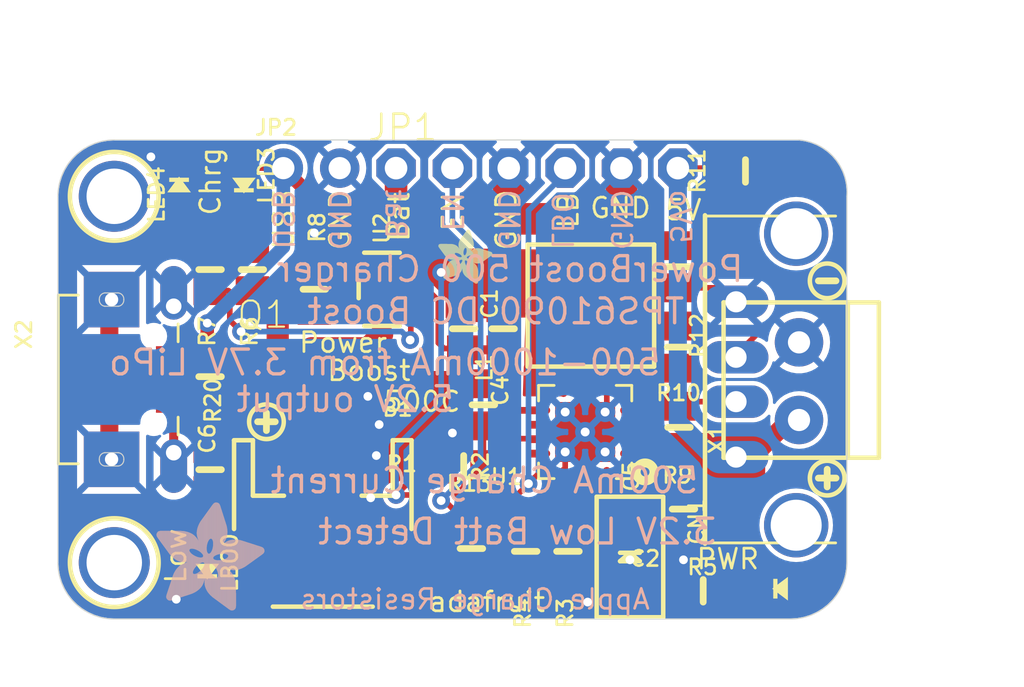
<source format=kicad_pcb>
(kicad_pcb (version 20221018) (generator pcbnew)
  (layers (0 "F.Cu" signal) (31 "B.Cu" signal) (34 "B.Paste" user) (35 "F.Paste" user) (36 "B.SilkS" user "B.Silkscreen") (37 "F.SilkS" user "F.Silkscreen") (38 "B.Mask" user) (39 "F.Mask" user) (44 "Edge.Cuts" user))
  (net 0 "")
  (net 1 "GND")
  (net 2 "N$1")
  (net 3 "N$3")
  (net 4 "5.0V")
  (net 5 "D+")
  (net 6 "D-")
  (net 7 "VBAT")
  (net 8 "N$4")
  (net 9 "ENABLE")
  (net 10 "N$5")
  (net 11 "LBO")
  (net 12 "N$2")
  (net 13 "N$10")
  (net 14 "N$6")
  (net 15 "N$7")
  (net 16 "VDD1")
  (net 17 "N$8")
  (net 18 "N$9")
  (footprint "working:SYMBOL_MINUS" (layer "F.Cu") (at 165.388245 100.5586)
    (fp_text reference "U$26" hide)
    (fp_text value "" hide)
  )
  (footprint "working:0805-NO" (layer "F.Cu") (at 153.704245 112.7506 -90)
    (fp_text reference "R3")
    (fp_text value "1.87Mohm")
  )
  (footprint "working:SYMBOL_PLUS" (layer "F.Cu") (at 140.115245 106.9086)
    (fp_text reference "U$13" hide)
    (fp_text value "" hide)
  )
  (footprint "working:0805-NO" (layer "F.Cu") (at 149.353245 112.6246 90)
    (fp_text reference "R13")
    (fp_text value "340K")
  )
  (footprint "working:MOUNTINGHOLE_2.5_PLATED" (layer "F.Cu") (at 133.257245 113.2586)
    (fp_text reference "U$12" hide)
    (fp_text value "MOUNTINGHOLE2.5" hide)
  )
  (footprint "working:0805-NO" (layer "F.Cu") (at 139.480245 100.0506 -90)
    (fp_text reference "R6")
    (fp_text value "470")
  )
  (footprint "working:0805-NO" (layer "F.Cu") (at 158.689245 103.5456 90)
    (fp_text reference "R10")
    (fp_text value "49.9K 1%")
  )
  (footprint "working:FIDUCIAL_1MM" (layer "F.Cu") (at 164.499245 95.6056)
    (fp_text reference "FID3" hide)
    (fp_text value "FIDUCIAL\"\"" hide)
  )
  (footprint "working:0805-NO" (layer "F.Cu") (at 158.911245 110.8456 -90)
    (fp_text reference "C2")
    (fp_text value "2.2uF")
  )
  (footprint "working:SYMBOL_PLUS" (layer "F.Cu") (at 165.388245 109.4486)
    (fp_text reference "U$25" hide)
    (fp_text value "" hide)
  )
  (footprint "working:CHIPLED_0805_NOOUTLINE" (layer "F.Cu") (at 163.288245 114.4336 90)
    (fp_text reference "PWR0" hide)
    (fp_text value "BLUE")
  )
  (footprint "working:0805-NO" (layer "F.Cu") (at 137.575245 104.8766 -90)
    (fp_text reference "C6")
    (fp_text value "10µF")
  )
  (footprint "working:CHIPLED_0805_NOOUTLINE" (layer "F.Cu") (at 136.178245 96.2406)
    (fp_text reference "LED4")
    (fp_text value "GREEN")
  )
  (footprint "working:0805-NO" (layer "F.Cu") (at 158.707245 107.1616 -90)
    (fp_text reference "R9")
    (fp_text value "75K 1%")
  )
  (footprint "working:SC59-BEC" (layer "F.Cu") (at 140.623245 103.9876)
    (fp_text reference "Q1")
    (fp_text value "MMUN2133LT1G")
  )
  (footprint "working:0805-NO" (layer "F.Cu") (at 137.575245 100.0506 -90)
    (fp_text reference "R7")
    (fp_text value "1K")
  )
  (footprint "working:PVQFN-16" (layer "F.Cu") (at 154.480245 107.3706 180)
    (fp_text reference "U1")
    (fp_text value "TPS61090RSAR")
  )
  (footprint "working:JSTPH2" (layer "F.Cu") (at 142.655245 112.2426 180)
    (fp_text reference "B1")
    (fp_text value "1.8-5V")
  )
  (footprint "working:0805-NO" (layer "F.Cu") (at 161.705245 95.6056 180)
    (fp_text reference "R11")
    (fp_text value "75K 1%")
  )
  (footprint "working:SOT23-5" (layer "F.Cu") (at 145.322245 100.9396 90)
    (fp_text reference "U2")
    (fp_text value "MCP73831T-2ACI/OT")
  )
  (footprint "working:4UCONN_20329" (layer "F.Cu") (at 135.035245 105.0036 -90)
    (fp_text reference "X2")
    (fp_text value "microUSB")
    (fp_line (start -3.9 2.2) (end -3.9 1.6) (stroke (width 0.05)) (layer "Edge.Cuts"))
    (fp_line (start -3.3 1.6) (end -3.3 2.2) (stroke (width 0.05)) (layer "Edge.Cuts"))
    (fp_line (start 3.3 2.2) (end 3.3 1.6) (stroke (width 0.05)) (layer "Edge.Cuts"))
    (fp_line (start 3.9 1.6) (end 3.9 2.2) (stroke (width 0.05)) (layer "Edge.Cuts"))
    (fp_arc (start -3.9 1.6) (mid -3.801777 1.412868) (end -3.6 1.35) (stroke (width 0.05)) (layer "Edge.Cuts"))
    (fp_arc (start -3.6 1.35) (mid -3.398223 1.412868) (end -3.3 1.6) (stroke (width 0.05)) (layer "Edge.Cuts"))
    (fp_arc (start -3.6 2.45) (mid -3.801777 2.387132) (end -3.9 2.2) (stroke (width 0.05)) (layer "Edge.Cuts"))
    (fp_arc (start -3.3 2.2) (mid -3.398223 2.387132) (end -3.6 2.45) (stroke (width 0.05)) (layer "Edge.Cuts"))
    (fp_arc (start 3.3 1.6) (mid 3.398223 1.412868) (end 3.6 1.35) (stroke (width 0.05)) (layer "Edge.Cuts"))
    (fp_arc (start 3.6 1.35) (mid 3.801777 1.412868) (end 3.9 1.6) (stroke (width 0.05)) (layer "Edge.Cuts"))
    (fp_arc (start 3.6 2.45) (mid 3.398223 2.387132) (end 3.3 2.2) (stroke (width 0.05)) (layer "Edge.Cuts"))
    (fp_arc (start 3.9 2.2) (mid 3.801777 2.387132) (end 3.6 2.45) (stroke (width 0.05)) (layer "Edge.Cuts"))
  )
  (footprint "working:EIA3528-21_B-R" (layer "F.Cu") (at 156.498245 113.0046 90)
    (fp_text reference "C5")
    (fp_text value "100uF/6V")
  )
  (footprint "working:0805-NO" (layer "F.Cu") (at 149.005245 108.9406 180)
    (fp_text reference "R1")
    (fp_text value "1.87Mohm")
  )
  (footprint "working:0805-NO" (layer "F.Cu") (at 149.894245 106.1466 -90)
    (fp_text reference "R2")
    (fp_text value "340K")
  )
  (footprint "working:0805-NO" (layer "F.Cu") (at 151.799245 112.7506 -90)
    (fp_text reference "R4")
    (fp_text value "200K")
  )
  (footprint "working:1X06-CLEANBIG" (layer "F.Cu") (at 152.307245 95.4786)
    (fp_text reference "JP1")
    (fp_text value "")
  )
  (footprint "working:0805-NO" (layer "F.Cu") (at 137.575245 109.0676 90)
    (fp_text reference "R20")
    (fp_text value "1K")
  )
  (footprint "working:1X02_ROUND" (layer "F.Cu") (at 142.147245 95.4786)
    (fp_text reference "JP2")
    (fp_text value "")
  )
  (footprint "working:0805-NO" (layer "F.Cu") (at 142.274245 100.9396 90)
    (fp_text reference "R8")
    (fp_text value "2k")
  )
  (footprint "working:MOUNTINGHOLE_2.5_PLATED" (layer "F.Cu") (at 133.257245 96.7486)
    (fp_text reference "U$10" hide)
    (fp_text value "MOUNTINGHOLE2.5" hide)
  )
  (footprint "working:USB_HOST-PTH" (layer "F.Cu") (at 167.801245 105.0036 90)
    (fp_text reference "CN1")
    (fp_text value "USBA_FEMALE")
  )
  (footprint "working:CHIPLED_0805_NOOUTLINE" (layer "F.Cu") (at 137.448245 113.6396 180)
    (fp_text reference "LBO0")
    (fp_text value "RED")
  )
  (footprint "working:INDUCTOR_5X5MM_TDK_VLC5045" (layer "F.Cu") (at 154.738245 101.6726)
    (fp_text reference "L1")
    (fp_text value "VLC5045-6.8uH" hide)
  )
  (footprint "working:ADAFRUIT_2.5MM" (layer "F.Cu") (at 147.862245 100.6856)
    (fp_text reference "U$28" hide)
    (fp_text value "" hide)
  )
  (footprint "working:0805-NO" (layer "F.Cu") (at 150.783245 102.7176 -90)
    (fp_text reference "C4")
    (fp_text value "0.1uF")
  )
  (footprint "working:0805-NO" (layer "F.Cu") (at 149.005245 102.7176 -90)
    (fp_text reference "C1")
    (fp_text value "10uF")
  )
  (footprint "working:0805-NO" (layer "F.Cu") (at 158.657245 99.9236 -90)
    (fp_text reference "R12")
    (fp_text value "49.9K 1%")
  )
  (footprint "working:CHIPLED_0805_NOOUTLINE" (layer "F.Cu") (at 139.099245 96.2406 180)
    (fp_text reference "LED3")
    (fp_text value "ORANGE")
  )
  (footprint "working:TERMBLOCK_1X2-3.5MM" (layer "F.Cu") (at 164.118245 105.1306 90)
    (fp_text reference "X1")
    (fp_text value "")
  )
  (footprint "working:FIDUCIAL_1MM" (layer "F.Cu") (at 141.408245 112.6476)
    (fp_text reference "FID2" hide)
    (fp_text value "FIDUCIAL\"\"" hide)
  )
  (footprint "working:0805-NO" (layer "F.Cu") (at 159.800245 114.5286 180)
    (fp_text reference "R5")
    (fp_text value "1K")
  )
  (footprint "working:ADAFRUIT_5MM" (layer "B.Cu") (at 135.162245 115.4176 90)
    (fp_text reference "U$29" hide)
    (fp_text value "" hide)
  )
  (gr_line (start 133.257245 115.7986) (end 163.737245 115.7986) (stroke (width 0.05)) (layer "Edge.Cuts"))
  (gr_line (start 166.277245 113.2586) (end 166.277245 96.7486) (stroke (width 0.05)) (layer "Edge.Cuts"))
  (gr_arc (start 164.118245 94.2086) (mid 165.723796 95.031456) (end 166.277245 96.7486) (stroke (width 0.05)) (layer "Edge.Cuts"))
  (gr_line (start 130.717245 96.7486) (end 130.717245 113.2586) (stroke (width 0.05)) (layer "Edge.Cuts"))
  (gr_arc (start 130.717245 96.7486) (mid 131.461194 94.952549) (end 133.257245 94.2086) (stroke (width 0.05)) (layer "Edge.Cuts"))
  (gr_arc (start 133.257245 115.7986) (mid 131.461194 115.054651) (end 130.717245 113.2586) (stroke (width 0.05)) (layer "Edge.Cuts"))
  (gr_line (start 164.118245 94.2086) (end 133.257245 94.2086) (stroke (width 0.05)) (layer "Edge.Cuts"))
  (gr_arc (start 166.277245 113.2586) (mid 165.533296 115.054651) (end 163.737245 115.7986) (stroke (width 0.05)) (layer "Edge.Cuts"))
  (gr_text "GND" (at 156.625245 96.3676 -90) (layer "B.SilkS") (effects (font (size 0.89408 0.89408) (thickness 0.12192)) (justify right top mirror)))
  (gr_text "Bat" (at 146.465245 96.3676 -90) (layer "B.SilkS") (effects (font (size 0.89408 0.89408) (thickness 0.12192)) (justify right top mirror)))
  (gr_text "GND" (at 143.925245 96.3676 -90) (layer "B.SilkS") (effects (font (size 0.89408 0.89408) (thickness 0.12192)) (justify right top mirror)))
  (gr_text "USB" (at 141.385245 96.3676 -90) (layer "B.SilkS") (effects (font (size 0.89408 0.89408) (thickness 0.12192)) (justify right top mirror)))
  (gr_text "TPS61090 DC Boost" (at 159.038245 102.5906) (layer "B.SilkS") (effects (font (size 1.1176 1.1176) (thickness 0.1524)) (justify left bottom mirror)))
  (gr_text "3.2V Low Batt Detect" (at 151.418245 111.8616) (layer "B.SilkS") (effects (font (size 1.1176 1.1176) (thickness 0.1524)) (justify mirror)))
  (gr_text "5.2V output" (at 143.671245 105.8926) (layer "B.SilkS") (effects (font (size 1.1176 1.1176) (thickness 0.1524)) (justify mirror)))
  (gr_text "500mA Charge Current" (at 159.673245 110.2106) (layer "B.SilkS") (effects (font (size 1.1176 1.1176) (thickness 0.1524)) (justify left bottom mirror)))
  (gr_text "500-1000mA from 3.7V LiPo" (at 145.449245 104.2416) (layer "B.SilkS") (effects (font (size 1.1176 1.1176) (thickness 0.1524)) (justify mirror)))
  (gr_text "GND" (at 151.545245 96.3676 -90) (layer "B.SilkS") (effects (font (size 0.89408 0.89408) (thickness 0.12192)) (justify right top mirror)))
  (gr_text "EN" (at 149.005245 96.4946 -90) (layer "B.SilkS") (effects (font (size 0.89408 0.89408) (thickness 0.12192)) (justify right top mirror)))
  (gr_text "5Vo" (at 159.292245 96.3676 -90) (layer "B.SilkS") (effects (font (size 0.89408 0.89408) (thickness 0.12192)) (justify right top mirror)))
  (gr_text "PowerBoost 500 Charger" (at 161.705245 100.6856) (layer "B.SilkS") (effects (font (size 1.1176 1.1176) (thickness 0.1524)) (justify left bottom mirror)))
  (gr_text "LBO" (at 153.958245 96.4946 -90) (layer "B.SilkS") (effects (font (size 0.89408 0.89408) (thickness 0.12192)) (justify right top mirror)))
  (gr_text "Apple Charge Resistors" (at 149.513245 114.9096) (layer "B.SilkS") (effects (font (size 0.89408 0.89408) (thickness 0.12192)) (justify mirror)))
  (gr_text "GND" (at 150.402245 96.3676 90) (layer "F.SilkS") (effects (font (size 0.89408 0.89408) (thickness 0.12192)) (justify right top)))
  (gr_text "Chrg" (at 137.067245 94.4626 90) (layer "F.SilkS") (effects (font (size 0.89408 0.89408) (thickness 0.12192)) (justify right top)))
  (gr_text "500C" (at 145.322245 106.5276) (layer "F.SilkS") (effects (font (size 0.89408 0.89408) (thickness 0.12192)) (justify left bottom)))
  (gr_text "LB" (at 153.196245 96.4946 90) (layer "F.SilkS") (effects (font (size 0.89408 0.89408) (thickness 0.12192)) (justify right top)))
  (gr_text "GND" (at 157.514245 96.7486) (layer "F.SilkS") (effects (font (size 0.89408 0.89408) (thickness 0.12192)) (justify right top)))
  (gr_text "adafruit" (at 147.354245 115.5446) (layer "F.SilkS") (effects (font (size 0.89408 0.89408) (thickness 0.12192)) (justify left bottom)))
  (gr_text "PWR" (at 160.911245 113.0946) (layer "F.SilkS") (effects (font (size 0.89408 0.89408) (thickness 0.12192))))
  (gr_text "Power" (at 141.512245 103.8606) (layer "F.SilkS") (effects (font (size 0.89408 0.89408) (thickness 0.12192)) (justify left bottom)))
  (gr_text "Low" (at 136.559245 114.2746 90) (layer "F.SilkS") (effects (font (size 0.89408 0.89408) (thickness 0.12192)) (justify left bottom)))
  (gr_text "GND" (at 142.909245 96.3676 90) (layer "F.SilkS") (effects (font (size 0.89408 0.89408) (thickness 0.12192)) (justify right top)))
  (gr_text "5V" (at 158.022245 97.8916) (layer "F.SilkS") (effects (font (size 0.89408 0.89408) (thickness 0.12192)) (justify left bottom)))
  (gr_text "EN" (at 147.989245 96.4946 90) (layer "F.SilkS") (effects (font (size 0.89408 0.89408) (thickness 0.12192)) (justify right top)))
  (gr_text "Bat" (at 145.576245 96.4946 90) (layer "F.SilkS") (effects (font (size 0.89408 0.89408) (thickness 0.12192)) (justify right top)))
  (gr_text "Boost" (at 142.782245 105.1306) (layer "F.SilkS") (effects (font (size 0.89408 0.89408) (thickness 0.12192)) (justify left bottom)))
  (gr_text "USB" (at 140.369245 96.3676 90) (layer "F.SilkS") (effects (font (size 0.89408 0.89408) (thickness 0.12192)) (justify right top)))
  (segment (start 133.035245 108.5036) (end 133.135245 108.6036) (width 0.8128) (layer "F.Cu") (net 1))
  (segment (start 152.380245 107.0456) (end 154.155245 107.0456) (width 0.254) (layer "F.Cu") (net 1))
  (segment (start 137.098245 106.3036) (end 137.575245 105.8266) (width 0.4064) (layer "F.Cu") (net 1))
  (segment (start 158.689245 102.5956) (end 158.657245 102.5636) (width 0.254) (layer "F.Cu") (net 1))
  (segment (start 149.005245 105.1966) (end 149.005245 103.6676) (width 0.6096) (layer "F.Cu") (net 1))
  (segment (start 156.117245 97.7646) (end 156.117245 95.4786) (width 1.4224) (layer "F.Cu") (net 1))
  (segment (start 135.810245 106.3036) (end 137.098245 106.3036) (width 0.4064) (layer "F.Cu") (net 1))
  (segment (start 158.657245 102.5636) (end 158.657245 100.8736) (width 0.254) (layer "F.Cu") (net 1))
  (segment (start 153.580245 106.4706) (end 153.988245 106.8786) (width 0.254) (layer "F.Cu") (net 1))
  (segment (start 153.505245 109.4706) (end 153.580245 109.3956) (width 0.254) (layer "F.Cu") (net 1))
  (segment (start 154.155245 105.2706) (end 154.155245 106.7116) (width 0.254) (layer "F.Cu") (net 1))
  (segment (start 148.944245 103.6066) (end 149.005245 103.6676) (width 0.254) (layer "F.Cu") (net 1))
  (segment (start 153.580245 108.2706) (end 154.480245 107.3706) (width 0.254) (layer "F.Cu") (net 1))
  (segment (start 151.037245 95.4786) (end 151.037245 97.7646) (width 1.4224) (layer "F.Cu") (net 1))
  (segment (start 155.455245 106.3956) (end 155.380245 106.4706) (width 0.254) (layer "F.Cu") (net 1))
  (segment (start 154.155245 106.7116) (end 153.988245 106.8786) (width 0.254) (layer "F.Cu") (net 1))
  (segment (start 149.894245 105.1966) (end 149.005245 105.1966) (width 0.6096) (layer "F.Cu") (net 1))
  (segment (start 154.155245 107.0456) (end 154.480245 107.3706) (width 0.254) (layer "F.Cu") (net 1))
  (segment (start 160.651245 100.8736) (end 161.281245 101.5036) (width 0.254) (layer "F.Cu") (net 1))
  (segment (start 153.505245 109.4706) (end 151.799245 111.1766) (width 0.254) (layer "F.Cu") (net 1))
  (segment (start 136.271245 114.6896) (end 136.051245 114.9096) (width 0.254) (layer "F.Cu") (net 1))
  (segment (start 133.035245 104.2536) (end 133.035245 105.7536) (width 0.8128) (layer "F.Cu") (net 1))
  (segment (start 154.480245 107.3706) (end 155.380245 108.2706) (width 0.254) (layer "F.Cu") (net 1))
  (segment (start 154.480245 107.3706) (end 154.958245 106.8926) (width 0.254) (layer "F.Cu") (net 1))
  (segment (start 147.862245 103.3526) (end 148.116245 103.6066) (width 0.254) (layer "F.Cu") (net 1))
  (segment (start 137.448245 114.6896) (end 136.271245 114.6896) (width 0.254) (layer "F.Cu") (net 1))
  (segment (start 133.035245 101.4156) (end 133.130245 101.3206) (width 0.8128) (layer "F.Cu") (net 1))
  (segment (start 147.862245 101.4476) (end 147.862245 103.3526) (width 0.254) (layer "F.Cu") (net 1))
  (segment (start 142.274245 99.9896) (end 142.274245 98.3996) (width 0.254) (layer "F.Cu") (net 1))
  (segment (start 148.116245 103.6066) (end 148.944245 103.6066) (width 0.254) (layer "F.Cu") (net 1))
  (segment (start 154.958245 106.8926) (end 155.380245 106.4706) (width 0.254) (layer "F.Cu") (net 1))
  (segment (start 133.035245 105.7536) (end 133.035245 108.5036) (width 0.8128) (layer "F.Cu") (net 1))
  (segment (start 151.037245 97.7646) (end 156.117245 97.7646) (width 1.4224) (layer "F.Cu") (net 1))
  (segment (start 149.005245 103.6676) (end 150.783245 103.6676) (width 0.4064) (layer "F.Cu") (net 1))
  (segment (start 154.805245 105.2706) (end 154.805245 106.7396) (width 0.254) (layer "F.Cu") (net 1))
  (segment (start 144.875245 105.4506) (end 144.814245 105.5116) (width 0.4064) (layer "F.Cu") (net 1))
  (segment (start 135.958245 94.9706) (end 134.908245 94.9706) (width 0.254) (layer "F.Cu") (net 1))
  (segment (start 154.805245 106.7396) (end 154.958245 106.8926) (width 0.254) (layer "F.Cu") (net 1))
  (segment (start 153.988245 106.8786) (end 154.480245 107.3706) (width 0.254) (layer "F.Cu") (net 1))
  (segment (start 147.354245 100.9396) (end 147.862245 101.4476) (width 0.254) (layer "F.Cu") (net 1))
  (segment (start 155.455245 105.2706) (end 155.455245 106.3956) (width 0.254) (layer "F.Cu") (net 1))
  (segment (start 151.799245 111.1766) (end 151.799245 111.8006) (width 0.254) (layer "F.Cu") (net 1))
  (segment (start 133.035245 104.2536) (end 133.035245 101.4156) (width 0.8128) (layer "F.Cu") (net 1))
  (segment (start 146.622345 100.9396) (end 147.354245 100.9396) (width 0.254) (layer "F.Cu") (net 1))
  (segment (start 158.657245 100.8736) (end 160.651245 100.8736) (width 0.254) (layer "F.Cu") (net 1))
  (segment (start 153.580245 109.3956) (end 153.580245 108.2706) (width 0.254) (layer "F.Cu") (net 1))
  (segment (start 136.178245 95.1906) (end 135.958245 94.9706) (width 0.254) (layer "F.Cu") (net 1))
  (segment (start 135.810245 106.3036) (end 135.935245 106.4286) (width 0.4064) (layer "F.Cu") (net 1))
  (segment (start 135.935245 106.4286) (end 135.935245 108.3036) (width 0.4064) (layer "F.Cu") (net 1))
  (via (at 136.051245 114.9096) (size 0.8001) (drill 0.3937) (layers "F.Cu" "B.Cu") (net 1))
  (via (at 144.687245 105.7656) (size 0.8001) (drill 0.3937) (layers "F.Cu" "B.Cu") (net 1))
  (via (at 145.195245 107.0356) (size 0.8001) (drill 0.3937) (layers "F.Cu" "B.Cu") (net 1))
  (via (at 158.911245 113.1316) (size 0.8001) (drill 0.3937) (layers "F.Cu" "B.Cu") (net 1))
  (via (at 144.814245 110.3376) (size 0.8001) (drill 0.3937) (layers "F.Cu" "B.Cu") (net 1))
  (via (at 134.908245 94.9706) (size 0.8001) (drill 0.3937) (layers "F.Cu" "B.Cu") (net 1))
  (via (at 142.274245 98.3996) (size 0.8001) (drill 0.3937) (layers "F.Cu" "B.Cu") (net 1))
  (via (at 148.497245 107.4166) (size 0.8001) (drill 0.3937) (layers "F.Cu" "B.Cu") (net 1))
  (via (at 154.593245 115.0366) (size 0.8001) (drill 0.3937) (layers "F.Cu" "B.Cu") (net 1))
  (via (at 156.498245 113.1316) (size 0.8001) (drill 0.3937) (layers "F.Cu" "B.Cu") (net 1))
  (via (at 145.068245 108.4326) (size 0.8001) (drill 0.3937) (layers "F.Cu" "B.Cu") (net 1))
  (segment (start 134.908245 94.9706) (end 134.781245 95.0976) (width 0.254) (layer "B.Cu") (net 1))
  (segment (start 142.274245 98.3996) (end 142.274245 98.0186) (width 0.254) (layer "B.Cu") (net 1))
  (segment (start 135.543245 114.9096) (end 135.416245 115.0366) (width 0.254) (layer "B.Cu") (net 1))
  (segment (start 136.051245 114.9096) (end 135.543245 114.9096) (width 0.254) (layer "B.Cu") (net 1))
  (segment (start 150.661245 106.3956) (end 149.960245 107.0966) (width 0.3048) (layer "F.Cu") (net 3))
  (segment (start 149.894245 108.8796) (end 149.955245 108.9406) (width 0.6096) (layer "F.Cu") (net 3))
  (segment (start 149.960245 107.0966) (end 149.894245 107.0966) (width 0.3048) (layer "F.Cu") (net 3))
  (segment (start 149.894245 107.0966) (end 149.894245 108.8746) (width 0.254) (layer "F.Cu") (net 3))
  (segment (start 149.894245 108.8746) (end 149.894245 108.8796) (width 0.6096) (layer "F.Cu") (net 3))
  (segment (start 152.380245 106.3956) (end 150.661245 106.3956) (width 0.3048) (layer "F.Cu") (net 3))
  (segment (start 161.705245 108.8136) (end 163.688245 106.8306) (width 0.8128) (layer "F.Cu") (net 4))
  (segment (start 159.927245 108.7526) (end 160.778245 108.7526) (width 0.8128) (layer "F.Cu") (net 4))
  (segment (start 161.451245 108.6736) (end 161.281245 108.5036) (width 0.254) (layer "F.Cu") (net 4))
  (segment (start 155.455245 109.4706) (end 156.269245 109.4706) (width 0.254) (layer "F.Cu") (net 4))
  (segment (start 162.848245 113.3856) (end 161.451245 111.9886) (width 0.254) (layer "F.Cu") (net 4))
  (segment (start 154.151245 113.7006) (end 153.704245 113.7006) (width 0.254) (layer "F.Cu") (net 4))
  (segment (start 161.451245 111.9886) (end 161.451245 108.6736) (width 0.254) (layer "F.Cu") (net 4))
  (segment (start 154.847245 113.0046) (end 154.151245 113.7006) (width 0.254) (layer "F.Cu") (net 4))
  (segment (start 160.181245 109.0066) (end 159.927245 108.7526) (width 0.254) (layer "F.Cu") (net 4))
  (segment (start 162.975245 113.3856) (end 163.229245 113.6396) (width 0.254) (layer "F.Cu") (net 4))
  (segment (start 154.805245 109.4706) (end 154.805245 110.0416) (width 0.3048) (layer "F.Cu") (net 4))
  (segment (start 160.628245 95.4786) (end 160.755245 95.6056) (width 0.254) (layer "F.Cu") (net 4))
  (segment (start 156.580245 108.3456) (end 156.987245 108.7526) (width 0.254) (layer "F.Cu") (net 4))
  (segment (start 163.544245 113.6396) (end 164.338245 114.4336) (width 0.254) (layer "F.Cu") (net 4))
  (segment (start 163.229245 113.6396) (end 163.544245 113.6396) (width 0.254) (layer "F.Cu") (net 4))
  (segment (start 154.847245 110.3376) (end 154.847245 113.0046) (width 0.254) (layer "F.Cu") (net 4))
  (segment (start 161.705245 108.8136) (end 161.337245 108.8136) (width 0.8128) (layer "F.Cu") (net 4))
  (segment (start 156.269245 109.4706) (end 156.987245 108.7526) (width 0.254) (layer "F.Cu") (net 4))
  (segment (start 158.657245 95.4786) (end 160.628245 95.4786) (width 0.254) (layer "F.Cu") (net 4))
  (segment (start 163.688245 106.8306) (end 164.118245 106.8306) (width 0.8128) (layer "F.Cu") (net 4))
  (segment (start 162.848245 113.3856) (end 162.975245 113.3856) (width 0.254) (layer "F.Cu") (net 4))
  (segment (start 160.252245 108.5036) (end 161.281245 108.5036) (width 0.8128) (layer "B.Cu") (net 4))
  (segment (start 158.657245 106.9086) (end 160.252245 108.5036) (width 0.8128) (layer "B.Cu") (net 4))
  (segment (start 158.657245 95.4786) (end 158.657245 106.9086) (width 0.8128) (layer "B.Cu") (net 4))
  (segment (start 161.281245 104.0036) (end 161.054245 104.0036) (width 0.254) (layer "F.Cu") (net 5))
  (segment (start 162.655245 95.6056) (end 162.655245 96.4336) (width 0.254) (layer "F.Cu") (net 5))
  (segment (start 162.655245 96.4336) (end 160.115245 98.9736) (width 0.254) (layer "F.Cu") (net 5))
  (segment (start 163.229245 101.9556) (end 161.281245 103.9036) (width 0.254) (layer "F.Cu") (net 5))
  (segment (start 163.229245 100.8126) (end 162.213245 99.7966) (width 0.254) (layer "F.Cu") (net 5))
  (segment (start 163.229245 101.9556) (end 163.229245 100.8126) (width 0.254) (layer "F.Cu") (net 5))
  (segment (start 160.938245 99.7966) (end 160.115245 98.9736) (width 0.254) (layer "F.Cu") (net 5))
  (segment (start 160.115245 98.9736) (end 158.657245 98.9736) (width 0.254) (layer "F.Cu") (net 5))
  (segment (start 161.281245 103.9036) (end 161.281245 104.0036) (width 0.254) (layer "F.Cu") (net 5))
  (segment (start 162.213245 99.7966) (end 160.938245 99.7966) (width 0.254) (layer "F.Cu") (net 5))
  (segment (start 158.915245 106.0036) (end 161.281245 106.0036) (width 0.254) (layer "F.Cu") (net 6))
  (segment (start 158.707245 104.5136) (end 158.707245 106.2116) (width 0.254) (layer "F.Cu") (net 6))
  (segment (start 158.689245 104.4956) (end 158.707245 104.5136) (width 0.254) (layer "F.Cu") (net 6))
  (segment (start 158.707245 106.2116) (end 158.915245 106.0036) (width 0.254) (layer "F.Cu") (net 6))
  (segment (start 148.813245 113.5746) (end 149.353245 113.5746) (width 0.254) (layer "F.Cu") (net 7))
  (segment (start 149.353245 113.5746) (end 148.931245 113.5746) (width 0.254) (layer "F.Cu") (net 7))
  (segment (start 146.592245 110.2106) (end 145.957245 110.2106) (width 0.254) (layer "F.Cu") (net 7))
  (segment (start 148.169245 112.9306) (end 148.813245 113.5746) (width 0.254) (layer "F.Cu") (net 7))
  (segment (start 148.169245 111.7876) (end 146.592245 110.2106) (width 0.254) (layer "F.Cu") (net 7))
  (segment (start 144.687245 103.6066) (end 145.322245 102.9716) (width 1.016) (layer "F.Cu") (net 7))
  (segment (start 142.147245 103.6066) (end 144.687245 103.6066) (width 1.016) (layer "F.Cu") (net 7))
  (segment (start 148.055245 108.9406) (end 147.227245 108.9406) (width 0.254) (layer "F.Cu") (net 7))
  (segment (start 141.655245 105.1306) (end 141.655245 104.6226) (width 1.016) (layer "F.Cu") (net 7))
  (segment (start 141.655245 108.5426) (end 141.655245 105.1306) (width 1.016) (layer "F.Cu") (net 7))
  (segment (start 145.637245 99.9896) (end 146.622345 99.9896) (width 0.6096) (layer "F.Cu") (net 7))
  (segment (start 141.598245 105.1876) (end 141.655245 105.1306) (width 0.6096) (layer "F.Cu") (net 7))
  (segment (start 141.573245 105.1876) (end 141.598245 105.1876) (width 0.6096) (layer "F.Cu") (net 7))
  (segment (start 150.783245 101.7676) (end 149.005245 101.7676) (width 0.8128) (layer "F.Cu") (net 7))
  (segment (start 145.957245 95.4786) (end 145.957245 99.4156) (width 1.016) (layer "F.Cu") (net 7))
  (segment (start 147.227245 108.9406) (end 145.957245 110.2106) (width 0.254) (layer "F.Cu") (net 7))
  (segment (start 141.655245 104.6226) (end 141.655245 104.0986) (width 1.016) (layer "F.Cu") (net 7))
  (segment (start 151.418245 100.7966) (end 151.684245 100.7966) (width 0.4064) (layer "F.Cu") (net 7))
  (segment (start 145.322245 102.9716) (end 145.322245 101.5746) (width 0.6096) (layer "F.Cu") (net 7))
  (segment (start 141.655245 104.8516) (end 141.655245 104.6226) (width 0.254) (layer "F.Cu") (net 7))
  (segment (start 148.169245 112.9306) (end 148.169245 111.7876) (width 0.254) (layer "F.Cu") (net 7))
  (segment (start 141.655245 104.0986) (end 142.147245 103.6066) (width 1.016) (layer "F.Cu") (net 7))
  (via (at 145.957245 110.2106) (size 0.8001) (drill 0.3937) (layers "F.Cu" "B.Cu") (net 7))
  (via (at 147.989245 100.1776) (size 0.8001) (drill 0.3937) (layers "F.Cu" "B.Cu") (net 7))
  (segment (start 145.957245 108.0516) (end 147.989245 106.0196) (width 0.254) (layer "B.Cu") (net 7))
  (segment (start 145.957245 110.2106) (end 145.957245 108.0516) (width 0.254) (layer "B.Cu") (net 7))
  (segment (start 147.989245 106.0196) (end 147.989245 100.1776) (width 0.254) (layer "B.Cu") (net 7))
  (segment (start 161.920245 114.4336) (end 162.238245 114.4336) (width 0.254) (layer "F.Cu") (net 8))
  (segment (start 161.825245 114.5286) (end 161.920245 114.4336) (width 0.254) (layer "F.Cu") (net 8))
  (segment (start 160.750245 114.5286) (end 161.825245 114.5286) (width 0.254) (layer "F.Cu") (net 8))
  (segment (start 149.192245 111.6746) (end 149.353245 111.6746) (width 0.254) (layer "F.Cu") (net 9))
  (segment (start 152.355245 107.6706) (end 152.380245 107.6956) (width 0.254) (layer "F.Cu") (net 9))
  (segment (start 148.143245 110.4646) (end 149.353245 111.6746) (width 0.254) (layer "F.Cu") (net 9))
  (segment (start 151.037245 108.1786) (end 151.037245 109.8296) (width 0.254) (layer "F.Cu") (net 9))
  (segment (start 147.989245 110.4646) (end 148.143245 110.4646) (width 0.254) (layer "F.Cu") (net 9))
  (segment (start 151.545245 107.6706) (end 152.355245 107.6706) (width 0.254) (layer "F.Cu") (net 9))
  (segment (start 149.413245 111.7346) (end 149.353245 111.6746) (width 0.254) (layer "F.Cu") (net 9))
  (segment (start 151.037245 108.1786) (end 151.545245 107.6706) (width 0.254) (layer "F.Cu") (net 9))
  (segment (start 151.037245 109.8296) (end 149.192245 111.6746) (width 0.254) (layer "F.Cu") (net 9))
  (via (at 147.989245 110.4646) (size 0.8001) (drill 0.3937) (layers "F.Cu" "B.Cu") (net 9))
  (segment (start 149.767245 99.1616) (end 148.497245 97.8916) (width 0.254) (layer "B.Cu") (net 9))
  (segment (start 149.767245 99.1616) (end 149.767245 108.6866) (width 0.254) (layer "B.Cu") (net 9))
  (segment (start 149.767245 108.6866) (end 147.989245 110.4646) (width 0.254) (layer "B.Cu") (net 9))
  (segment (start 148.497245 97.8916) (end 148.497245 95.4786) (width 0.254) (layer "B.Cu") (net 9))
  (segment (start 154.155245 109.4706) (end 154.155245 110.5876) (width 0.254) (layer "F.Cu") (net 10))
  (segment (start 153.704245 111.0386) (end 153.704245 111.8006) (width 0.254) (layer "F.Cu") (net 10))
  (segment (start 153.704245 111.8006) (end 153.577245 111.9276) (width 0.254) (layer "F.Cu") (net 10))
  (segment (start 151.804245 113.7006) (end 153.704245 111.8006) (width 0.254) (layer "F.Cu") (net 10))
  (segment (start 154.155245 110.5876) (end 153.704245 111.0386) (width 0.254) (layer "F.Cu") (net 10))
  (segment (start 151.799245 113.7006) (end 151.804245 113.7006) (width 0.254) (layer "F.Cu") (net 10))
  (segment (start 147.354245 111.8616) (end 147.354245 115.0366) (width 0.254) (layer "F.Cu") (net 11))
  (segment (start 139.673245 105.1876) (end 140.242245 105.7566) (width 0.254) (layer "F.Cu") (net 11))
  (segment (start 152.380245 109.2486) (end 151.926245 109.7026) (width 0.254) (layer "F.Cu") (net 11))
  (segment (start 152.380245 109.2486) (end 152.380245 108.3456) (width 0.254) (layer "F.Cu") (net 11))
  (segment (start 140.877245 111.3536) (end 146.846245 111.3536) (width 0.254) (layer "F.Cu") (net 11))
  (segment (start 140.242245 105.7566) (end 140.242245 110.7186) (width 0.254) (layer "F.Cu") (net 11))
  (segment (start 150.529245 111.0996) (end 150.529245 114.7826) (width 0.254) (layer "F.Cu") (net 11))
  (segment (start 150.275245 115.0366) (end 147.354245 115.0366) (width 0.254) (layer "F.Cu") (net 11))
  (segment (start 150.529245 114.7826) (end 150.275245 115.0366) (width 0.254) (layer "F.Cu") (net 11))
  (segment (start 146.846245 111.3536) (end 147.354245 111.8616) (width 0.254) (layer "F.Cu") (net 11))
  (segment (start 140.242245 110.7186) (end 140.877245 111.3536) (width 0.254) (layer "F.Cu") (net 11))
  (segment (start 151.926245 109.7026) (end 150.529245 111.0996) (width 0.254) (layer "F.Cu") (net 11))
  (via (at 151.926245 109.7026) (size 0.8001) (drill 0.3937) (layers "F.Cu" "B.Cu") (net 11))
  (segment (start 153.704245 95.6056) (end 151.926245 97.3836) (width 0.254) (layer "B.Cu") (net 11))
  (segment (start 153.577245 95.4786) (end 153.704245 95.6056) (width 0.254) (layer "B.Cu") (net 11))
  (segment (start 151.926245 97.3836) (end 151.926245 109.7026) (width 0.254) (layer "B.Cu") (net 11))
  (segment (start 137.575245 112.4626) (end 137.448245 112.5896) (width 0.254) (layer "F.Cu") (net 12))
  (segment (start 137.575245 110.0176) (end 137.575245 112.4626) (width 0.254) (layer "F.Cu") (net 12))
  (segment (start 140.623245 103.4796) (end 140.623245 102.7876) (width 0.254) (layer "F.Cu") (net 13))
  (segment (start 137.575245 108.1176) (end 138.718245 106.9746) (width 0.254) (layer "F.Cu") (net 13))
  (segment (start 138.718245 106.9746) (end 138.718245 103.9876) (width 0.254) (layer "F.Cu") (net 13))
  (segment (start 138.718245 103.9876) (end 138.845245 103.8606) (width 0.254) (layer "F.Cu") (net 13))
  (segment (start 140.242245 103.8606) (end 140.623245 103.4796) (width 0.254) (layer "F.Cu") (net 13))
  (segment (start 138.845245 103.8606) (end 140.242245 103.8606) (width 0.254) (layer "F.Cu") (net 13))
  (segment (start 139.099245 97.2906) (end 139.480245 97.6716) (width 0.254) (layer "F.Cu") (net 14))
  (segment (start 139.480245 97.6716) (end 139.480245 99.1006) (width 0.254) (layer "F.Cu") (net 14))
  (segment (start 146.622345 101.8896) (end 146.622345 103.1955) (width 0.254) (layer "F.Cu") (net 15))
  (segment (start 138.398245 101.0006) (end 137.575245 101.0006) (width 0.254) (layer "F.Cu") (net 15))
  (segment (start 138.464245 102.321594) (end 138.464245 101.0666) (width 0.254) (layer "F.Cu") (net 15))
  (segment (start 139.480245 101.0006) (end 139.414245 101.0666) (width 0.254) (layer "F.Cu") (net 15))
  (segment (start 146.622345 103.1955) (end 146.592245 103.2256) (width 0.254) (layer "F.Cu") (net 15))
  (segment (start 138.456741 102.329097) (end 138.464245 102.321594) (width 0.254) (layer "F.Cu") (net 15))
  (segment (start 138.464245 101.0666) (end 138.398245 101.0006) (width 0.254) (layer "F.Cu") (net 15))
  (segment (start 139.414245 101.0666) (end 138.464245 101.0666) (width 0.254) (layer "F.Cu") (net 15))
  (segment (start 138.972245 102.8446) (end 138.456741 102.329097) (width 0.254) (layer "F.Cu") (net 15))
  (via (at 146.592245 103.2256) (size 0.8001) (drill 0.3937) (layers "F.Cu" "B.Cu") (net 15))
  (via (at 138.972245 102.8446) (size 0.8001) (drill 0.3937) (layers "F.Cu" "B.Cu") (net 15))
  (segment (start 146.592245 103.2256) (end 146.211245 102.8446) (width 0.254) (layer "B.Cu") (net 15))
  (segment (start 146.211245 102.8446) (end 138.972245 102.8446) (width 0.254) (layer "B.Cu") (net 15))
  (segment (start 139.099245 95.1906) (end 139.387245 95.4786) (width 0.254) (layer "F.Cu") (net 16))
  (segment (start 139.387245 95.4786) (end 140.877245 95.4786) (width 0.254) (layer "F.Cu") (net 16))
  (segment (start 137.575245 103.9266) (end 137.448245 103.7996) (width 0.6096) (layer "F.Cu") (net 16))
  (segment (start 137.352245 103.7036) (end 137.575245 103.9266) (width 0.4064) (layer "F.Cu") (net 16))
  (segment (start 144.022145 98.6235) (end 140.877245 95.4786) (width 0.6096) (layer "F.Cu") (net 16))
  (segment (start 144.022145 99.9896) (end 144.022145 98.6235) (width 0.6096) (layer "F.Cu") (net 16))
  (segment (start 135.810245 103.7036) (end 137.352245 103.7036) (width 0.4064) (layer "F.Cu") (net 16))
  (segment (start 137.448245 103.7996) (end 137.448245 102.4636) (width 0.6096) (layer "F.Cu") (net 16))
  (via (at 137.448245 102.4636) (size 0.8001) (drill 0.3937) (layers "F.Cu" "B.Cu") (net 16))
  (segment (start 137.448245 102.4636) (end 140.877245 99.0346) (width 0.6096) (layer "B.Cu") (net 16))
  (segment (start 140.877245 99.0346) (end 140.877245 95.4786) (width 0.6096) (layer "B.Cu") (net 16))
  (segment (start 144.022145 101.8896) (end 142.274245 101.8896) (width 0.254) (layer "F.Cu") (net 17))
  (segment (start 136.178245 97.7036) (end 136.178245 97.2906) (width 0.254) (layer "F.Cu") (net 18))
  (segment (start 137.575245 99.1006) (end 136.178245 97.7036) (width 0.254) (layer "F.Cu") (net 18))
  (zone (net 4) (net_name "5.0V") (layer "F.Cu") (priority 6) (connect_pads yes (clearance 0.000001)) (min_thickness 0.127) (fill yes (thermal_gap 0.5) (thermal_bridge_width 0.5))
    (polygon (pts (xy 162.594245 109.5756) (xy 158.403245 109.5756) (xy 158.403245 110.8456) (xy 154.593245 110.8456) (xy 154.593245 109.5756) (xy 156.191639 109.5756) (xy 156.625245 109.141994) (xy 156.625245 108.0516) (xy 157.461639 108.0516) (xy 157.895245 107.617994) (xy 157.895245 107.4166) (xy 162.594245 107.4166)))
  )
  (zone (net 2) (net_name "N$1") (layer "F.Cu") (priority 6) (connect_pads yes (clearance 0.000001)) (min_thickness 0.127) (fill yes (thermal_gap 0.5) (thermal_bridge_width 0.5))
    (polygon (pts (xy 157.260245 107.1626) (xy 156.117245 107.1626) (xy 156.117245 104.167206) (xy 155.609245 103.659205) (xy 155.609245 99.6696) (xy 157.260245 99.6696)))
  )
  (zone (net 7) (net_name "VBAT") (layer "F.Cu") (priority 6) (connect_pads yes (clearance 0.000001)) (min_thickness 0.127) (fill yes (thermal_gap 0.5) (thermal_bridge_width 0.5))
    (polygon (pts (xy 153.577245 99.163481) (xy 153.577245 105.7656) (xy 151.667628 105.7656) (xy 151.794542 102.212016) (xy 144.814245 102.33893) (xy 144.814245 99.03269)))
  )
  (zone (net 1) (net_name "GND") (layer "F.Cu") (priority 6) (connect_pads yes (clearance 0.000001)) (min_thickness 0.127) (fill yes (thermal_gap 0.5) (thermal_bridge_width 0.5))
    (polygon (pts (xy 159.419245 115.4176) (xy 153.704245 115.4176) (xy 153.704245 112.7506) (xy 158.149245 112.7506) (xy 158.149245 111.0996) (xy 159.419245 111.0996)))
  )
  (zone (net 1) (net_name "GND") (layer "F.Cu") (priority 6) (connect_pads (clearance 0.000001)) (min_thickness 0.127) (fill yes (thermal_gap 0.304) (thermal_bridge_width 0.304))
    (polygon (pts (xy 150.402245 110.974888) (xy 143.036245 110.843352) (xy 143.036245 104.6226) (xy 150.402245 104.6226)))
  )
  (zone (net 1) (net_name "GND") (layer "B.Cu") (priority 6) (connect_pads (clearance 0.000001)) (min_thickness 0.127) (fill yes (thermal_gap 0.304) (thermal_bridge_width 0.304))
    (polygon (pts (xy 166.400648 115.9256) (xy 130.590245 115.9256) (xy 130.590245 93.5736) (xy 167.042947 93.5736)))
  )
)
</source>
